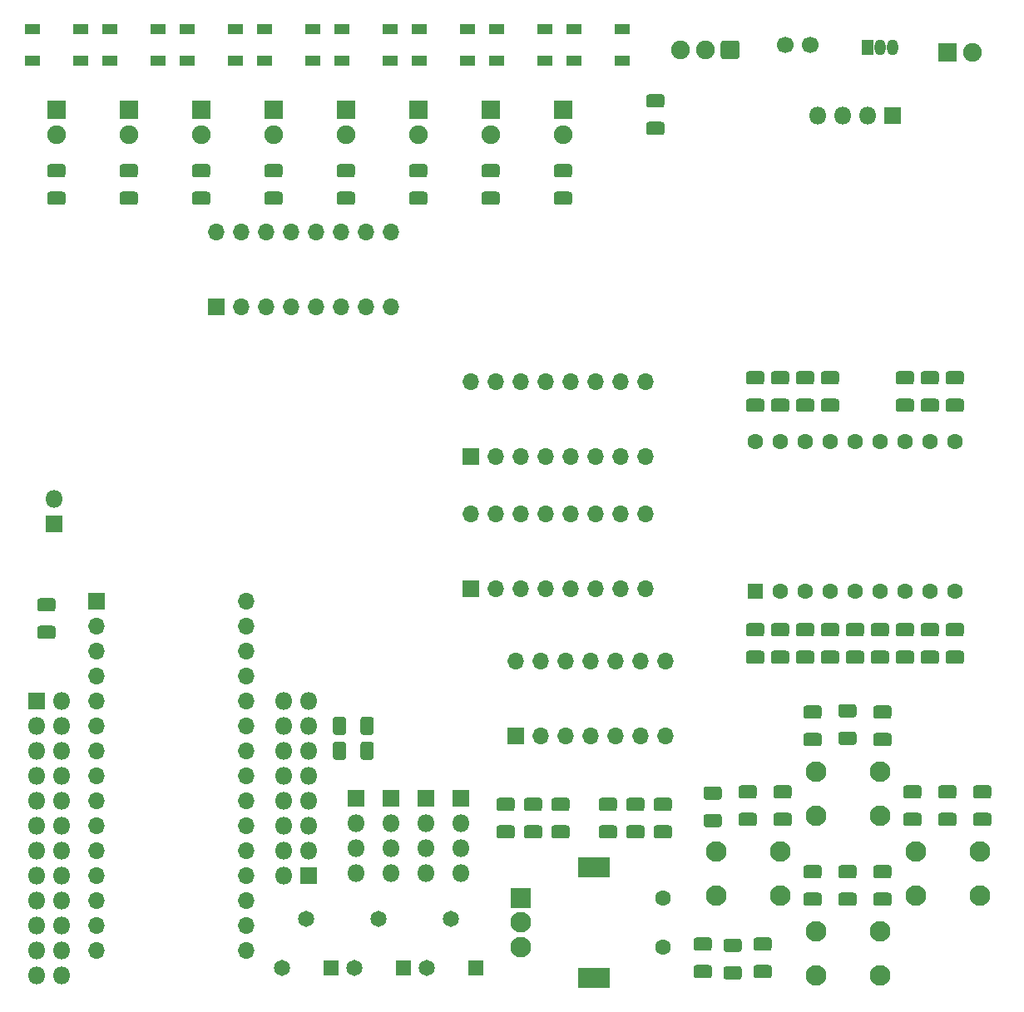
<source format=gbr>
G04 #@! TF.GenerationSoftware,KiCad,Pcbnew,(5.1.6)-1*
G04 #@! TF.CreationDate,2020-06-28T06:58:36-07:00*
G04 #@! TF.ProjectId,NanoDemo,4e616e6f-4465-46d6-9f2e-6b696361645f,rev?*
G04 #@! TF.SameCoordinates,Original*
G04 #@! TF.FileFunction,Soldermask,Top*
G04 #@! TF.FilePolarity,Negative*
%FSLAX46Y46*%
G04 Gerber Fmt 4.6, Leading zero omitted, Abs format (unit mm)*
G04 Created by KiCad (PCBNEW (5.1.6)-1) date 2020-06-28 06:58:36*
%MOMM*%
%LPD*%
G01*
G04 APERTURE LIST*
%ADD10R,1.600000X1.100000*%
%ADD11O,1.800000X1.800000*%
%ADD12R,1.800000X1.800000*%
%ADD13C,1.900000*%
%ADD14O,1.700000X1.700000*%
%ADD15R,1.700000X1.700000*%
%ADD16R,1.150000X1.600000*%
%ADD17O,1.150000X1.600000*%
%ADD18C,2.100000*%
%ADD19C,1.650000*%
%ADD20R,1.650000X1.650000*%
%ADD21R,2.100000X2.100000*%
%ADD22R,3.300000X2.100000*%
%ADD23C,1.600000*%
%ADD24C,1.700000*%
%ADD25R,1.600000X1.600000*%
%ADD26R,1.900000X1.900000*%
G04 APERTURE END LIST*
D10*
G04 #@! TO.C,D1*
X22770000Y-21412000D03*
X22770000Y-18212000D03*
X17870000Y-21412000D03*
X17870000Y-18212000D03*
G04 #@! TD*
G04 #@! TO.C,D8*
X77888000Y-21412000D03*
X77888000Y-18212000D03*
X72988000Y-21412000D03*
X72988000Y-18212000D03*
G04 #@! TD*
G04 #@! TO.C,D7*
X70014000Y-21412000D03*
X70014000Y-18212000D03*
X65114000Y-21412000D03*
X65114000Y-18212000D03*
G04 #@! TD*
G04 #@! TO.C,D6*
X62140000Y-21412000D03*
X62140000Y-18212000D03*
X57240000Y-21412000D03*
X57240000Y-18212000D03*
G04 #@! TD*
G04 #@! TO.C,D5*
X54266000Y-21412000D03*
X54266000Y-18212000D03*
X49366000Y-21412000D03*
X49366000Y-18212000D03*
G04 #@! TD*
G04 #@! TO.C,D4*
X46392000Y-21412000D03*
X46392000Y-18212000D03*
X41492000Y-21412000D03*
X41492000Y-18212000D03*
G04 #@! TD*
G04 #@! TO.C,D3*
X38518000Y-21412000D03*
X38518000Y-18212000D03*
X33618000Y-21412000D03*
X33618000Y-18212000D03*
G04 #@! TD*
G04 #@! TO.C,D2*
X30644000Y-21412000D03*
X30644000Y-18212000D03*
X25744000Y-21412000D03*
X25744000Y-18212000D03*
G04 #@! TD*
D11*
G04 #@! TO.C,Ext. Power*
X20066000Y-66040000D03*
D12*
X20066000Y-68580000D03*
G04 #@! TD*
D11*
G04 #@! TO.C,J5 - OLED Display*
X102870000Y-27051000D03*
D12*
X105410000Y-27051000D03*
D11*
X97790000Y-27051000D03*
X100330000Y-27051000D03*
G04 #@! TD*
D13*
G04 #@! TO.C,IR Rx*
X83820000Y-20320000D03*
X86360000Y-20320000D03*
G36*
G01*
X89850000Y-19634100D02*
X89850000Y-21005900D01*
G75*
G02*
X89585900Y-21270000I-264100J0D01*
G01*
X88214100Y-21270000D01*
G75*
G02*
X87950000Y-21005900I0J264100D01*
G01*
X87950000Y-19634100D01*
G75*
G02*
X88214100Y-19370000I264100J0D01*
G01*
X89585900Y-19370000D01*
G75*
G02*
X89850000Y-19634100I0J-264100D01*
G01*
G37*
G04 #@! TD*
D14*
G04 #@! TO.C,U5 - 74HC595*
X62484000Y-54102000D03*
X80264000Y-61722000D03*
X65024000Y-54102000D03*
X77724000Y-61722000D03*
X67564000Y-54102000D03*
X75184000Y-61722000D03*
X70104000Y-54102000D03*
X72644000Y-61722000D03*
X72644000Y-54102000D03*
X70104000Y-61722000D03*
X75184000Y-54102000D03*
X67564000Y-61722000D03*
X77724000Y-54102000D03*
X65024000Y-61722000D03*
X80264000Y-54102000D03*
D15*
X62484000Y-61722000D03*
G04 #@! TD*
D14*
G04 #@! TO.C,U4 - 74HC595*
X62484000Y-67564000D03*
X80264000Y-75184000D03*
X65024000Y-67564000D03*
X77724000Y-75184000D03*
X67564000Y-67564000D03*
X75184000Y-75184000D03*
X70104000Y-67564000D03*
X72644000Y-75184000D03*
X72644000Y-67564000D03*
X70104000Y-75184000D03*
X75184000Y-67564000D03*
X67564000Y-75184000D03*
X77724000Y-67564000D03*
X65024000Y-75184000D03*
X80264000Y-67564000D03*
D15*
X62484000Y-75184000D03*
G04 #@! TD*
D14*
G04 #@! TO.C,U3 - 74HC595*
X36576000Y-38862000D03*
X54356000Y-46482000D03*
X39116000Y-38862000D03*
X51816000Y-46482000D03*
X41656000Y-38862000D03*
X49276000Y-46482000D03*
X44196000Y-38862000D03*
X46736000Y-46482000D03*
X46736000Y-38862000D03*
X44196000Y-46482000D03*
X49276000Y-38862000D03*
X41656000Y-46482000D03*
X51816000Y-38862000D03*
X39116000Y-46482000D03*
X54356000Y-38862000D03*
D15*
X36576000Y-46482000D03*
G04 #@! TD*
D16*
G04 #@! TO.C,Temperature*
X102870000Y-20066000D03*
D17*
X105410000Y-20066000D03*
X104140000Y-20066000D03*
G04 #@! TD*
D14*
G04 #@! TO.C,U1 - 74HC14*
X67056000Y-82550000D03*
X82296000Y-90170000D03*
X69596000Y-82550000D03*
X79756000Y-90170000D03*
X72136000Y-82550000D03*
X77216000Y-90170000D03*
X74676000Y-82550000D03*
X74676000Y-90170000D03*
X77216000Y-82550000D03*
X72136000Y-90170000D03*
X79756000Y-82550000D03*
X69596000Y-90170000D03*
X82296000Y-82550000D03*
D15*
X67056000Y-90170000D03*
G04 #@! TD*
D18*
G04 #@! TO.C,SW4*
X97640000Y-114554000D03*
X97640000Y-110054000D03*
X104140000Y-114554000D03*
X104140000Y-110054000D03*
G04 #@! TD*
G04 #@! TO.C,SW3*
X97640000Y-98298000D03*
X97640000Y-93798000D03*
X104140000Y-98298000D03*
X104140000Y-93798000D03*
G04 #@! TD*
G04 #@! TO.C,SW2*
X107800000Y-106426000D03*
X107800000Y-101926000D03*
X114300000Y-106426000D03*
X114300000Y-101926000D03*
G04 #@! TD*
G04 #@! TO.C,SW1*
X87480000Y-106426000D03*
X87480000Y-101926000D03*
X93980000Y-106426000D03*
X93980000Y-101926000D03*
G04 #@! TD*
D19*
G04 #@! TO.C,RV3*
X60492000Y-108792000D03*
D20*
X62992000Y-113792000D03*
D19*
X57992000Y-113792000D03*
G04 #@! TD*
G04 #@! TO.C,RV2*
X53126000Y-108792000D03*
D20*
X55626000Y-113792000D03*
D19*
X50626000Y-113792000D03*
G04 #@! TD*
G04 #@! TO.C,RV1*
X45760000Y-108792000D03*
D20*
X48260000Y-113792000D03*
D19*
X43260000Y-113792000D03*
G04 #@! TD*
D21*
G04 #@! TO.C,Rot. Enc.*
X67564000Y-106680000D03*
D18*
X67564000Y-109180000D03*
X67564000Y-111680000D03*
D22*
X75064000Y-103580000D03*
X75064000Y-114780000D03*
D23*
X82064000Y-106680000D03*
X82064000Y-111680000D03*
G04 #@! TD*
G04 #@! TO.C,R42*
G36*
G01*
X49821000Y-88499000D02*
X49821000Y-89809000D01*
G75*
G02*
X49551000Y-90079000I-270000J0D01*
G01*
X48741000Y-90079000D01*
G75*
G02*
X48471000Y-89809000I0J270000D01*
G01*
X48471000Y-88499000D01*
G75*
G02*
X48741000Y-88229000I270000J0D01*
G01*
X49551000Y-88229000D01*
G75*
G02*
X49821000Y-88499000I0J-270000D01*
G01*
G37*
G36*
G01*
X52621000Y-88499000D02*
X52621000Y-89809000D01*
G75*
G02*
X52351000Y-90079000I-270000J0D01*
G01*
X51541000Y-90079000D01*
G75*
G02*
X51271000Y-89809000I0J270000D01*
G01*
X51271000Y-88499000D01*
G75*
G02*
X51541000Y-88229000I270000J0D01*
G01*
X52351000Y-88229000D01*
G75*
G02*
X52621000Y-88499000I0J-270000D01*
G01*
G37*
G04 #@! TD*
G04 #@! TO.C,R41*
G36*
G01*
X111105000Y-81497000D02*
X112415000Y-81497000D01*
G75*
G02*
X112685000Y-81767000I0J-270000D01*
G01*
X112685000Y-82577000D01*
G75*
G02*
X112415000Y-82847000I-270000J0D01*
G01*
X111105000Y-82847000D01*
G75*
G02*
X110835000Y-82577000I0J270000D01*
G01*
X110835000Y-81767000D01*
G75*
G02*
X111105000Y-81497000I270000J0D01*
G01*
G37*
G36*
G01*
X111105000Y-78697000D02*
X112415000Y-78697000D01*
G75*
G02*
X112685000Y-78967000I0J-270000D01*
G01*
X112685000Y-79777000D01*
G75*
G02*
X112415000Y-80047000I-270000J0D01*
G01*
X111105000Y-80047000D01*
G75*
G02*
X110835000Y-79777000I0J270000D01*
G01*
X110835000Y-78967000D01*
G75*
G02*
X111105000Y-78697000I270000J0D01*
G01*
G37*
G04 #@! TD*
G04 #@! TO.C,R40*
G36*
G01*
X106025000Y-81497000D02*
X107335000Y-81497000D01*
G75*
G02*
X107605000Y-81767000I0J-270000D01*
G01*
X107605000Y-82577000D01*
G75*
G02*
X107335000Y-82847000I-270000J0D01*
G01*
X106025000Y-82847000D01*
G75*
G02*
X105755000Y-82577000I0J270000D01*
G01*
X105755000Y-81767000D01*
G75*
G02*
X106025000Y-81497000I270000J0D01*
G01*
G37*
G36*
G01*
X106025000Y-78697000D02*
X107335000Y-78697000D01*
G75*
G02*
X107605000Y-78967000I0J-270000D01*
G01*
X107605000Y-79777000D01*
G75*
G02*
X107335000Y-80047000I-270000J0D01*
G01*
X106025000Y-80047000D01*
G75*
G02*
X105755000Y-79777000I0J270000D01*
G01*
X105755000Y-78967000D01*
G75*
G02*
X106025000Y-78697000I270000J0D01*
G01*
G37*
G04 #@! TD*
G04 #@! TO.C,R39*
G36*
G01*
X107335000Y-54393000D02*
X106025000Y-54393000D01*
G75*
G02*
X105755000Y-54123000I0J270000D01*
G01*
X105755000Y-53313000D01*
G75*
G02*
X106025000Y-53043000I270000J0D01*
G01*
X107335000Y-53043000D01*
G75*
G02*
X107605000Y-53313000I0J-270000D01*
G01*
X107605000Y-54123000D01*
G75*
G02*
X107335000Y-54393000I-270000J0D01*
G01*
G37*
G36*
G01*
X107335000Y-57193000D02*
X106025000Y-57193000D01*
G75*
G02*
X105755000Y-56923000I0J270000D01*
G01*
X105755000Y-56113000D01*
G75*
G02*
X106025000Y-55843000I270000J0D01*
G01*
X107335000Y-55843000D01*
G75*
G02*
X107605000Y-56113000I0J-270000D01*
G01*
X107605000Y-56923000D01*
G75*
G02*
X107335000Y-57193000I-270000J0D01*
G01*
G37*
G04 #@! TD*
G04 #@! TO.C,R38*
G36*
G01*
X100945000Y-81497000D02*
X102255000Y-81497000D01*
G75*
G02*
X102525000Y-81767000I0J-270000D01*
G01*
X102525000Y-82577000D01*
G75*
G02*
X102255000Y-82847000I-270000J0D01*
G01*
X100945000Y-82847000D01*
G75*
G02*
X100675000Y-82577000I0J270000D01*
G01*
X100675000Y-81767000D01*
G75*
G02*
X100945000Y-81497000I270000J0D01*
G01*
G37*
G36*
G01*
X100945000Y-78697000D02*
X102255000Y-78697000D01*
G75*
G02*
X102525000Y-78967000I0J-270000D01*
G01*
X102525000Y-79777000D01*
G75*
G02*
X102255000Y-80047000I-270000J0D01*
G01*
X100945000Y-80047000D01*
G75*
G02*
X100675000Y-79777000I0J270000D01*
G01*
X100675000Y-78967000D01*
G75*
G02*
X100945000Y-78697000I270000J0D01*
G01*
G37*
G04 #@! TD*
G04 #@! TO.C,R37*
G36*
G01*
X103485000Y-81497000D02*
X104795000Y-81497000D01*
G75*
G02*
X105065000Y-81767000I0J-270000D01*
G01*
X105065000Y-82577000D01*
G75*
G02*
X104795000Y-82847000I-270000J0D01*
G01*
X103485000Y-82847000D01*
G75*
G02*
X103215000Y-82577000I0J270000D01*
G01*
X103215000Y-81767000D01*
G75*
G02*
X103485000Y-81497000I270000J0D01*
G01*
G37*
G36*
G01*
X103485000Y-78697000D02*
X104795000Y-78697000D01*
G75*
G02*
X105065000Y-78967000I0J-270000D01*
G01*
X105065000Y-79777000D01*
G75*
G02*
X104795000Y-80047000I-270000J0D01*
G01*
X103485000Y-80047000D01*
G75*
G02*
X103215000Y-79777000I0J270000D01*
G01*
X103215000Y-78967000D01*
G75*
G02*
X103485000Y-78697000I270000J0D01*
G01*
G37*
G04 #@! TD*
G04 #@! TO.C,R36*
G36*
G01*
X108565000Y-81497000D02*
X109875000Y-81497000D01*
G75*
G02*
X110145000Y-81767000I0J-270000D01*
G01*
X110145000Y-82577000D01*
G75*
G02*
X109875000Y-82847000I-270000J0D01*
G01*
X108565000Y-82847000D01*
G75*
G02*
X108295000Y-82577000I0J270000D01*
G01*
X108295000Y-81767000D01*
G75*
G02*
X108565000Y-81497000I270000J0D01*
G01*
G37*
G36*
G01*
X108565000Y-78697000D02*
X109875000Y-78697000D01*
G75*
G02*
X110145000Y-78967000I0J-270000D01*
G01*
X110145000Y-79777000D01*
G75*
G02*
X109875000Y-80047000I-270000J0D01*
G01*
X108565000Y-80047000D01*
G75*
G02*
X108295000Y-79777000I0J270000D01*
G01*
X108295000Y-78967000D01*
G75*
G02*
X108565000Y-78697000I270000J0D01*
G01*
G37*
G04 #@! TD*
G04 #@! TO.C,R35*
G36*
G01*
X71227000Y-34761000D02*
X72537000Y-34761000D01*
G75*
G02*
X72807000Y-35031000I0J-270000D01*
G01*
X72807000Y-35841000D01*
G75*
G02*
X72537000Y-36111000I-270000J0D01*
G01*
X71227000Y-36111000D01*
G75*
G02*
X70957000Y-35841000I0J270000D01*
G01*
X70957000Y-35031000D01*
G75*
G02*
X71227000Y-34761000I270000J0D01*
G01*
G37*
G36*
G01*
X71227000Y-31961000D02*
X72537000Y-31961000D01*
G75*
G02*
X72807000Y-32231000I0J-270000D01*
G01*
X72807000Y-33041000D01*
G75*
G02*
X72537000Y-33311000I-270000J0D01*
G01*
X71227000Y-33311000D01*
G75*
G02*
X70957000Y-33041000I0J270000D01*
G01*
X70957000Y-32231000D01*
G75*
G02*
X71227000Y-31961000I270000J0D01*
G01*
G37*
G04 #@! TD*
G04 #@! TO.C,R34*
G36*
G01*
X112415000Y-54393000D02*
X111105000Y-54393000D01*
G75*
G02*
X110835000Y-54123000I0J270000D01*
G01*
X110835000Y-53313000D01*
G75*
G02*
X111105000Y-53043000I270000J0D01*
G01*
X112415000Y-53043000D01*
G75*
G02*
X112685000Y-53313000I0J-270000D01*
G01*
X112685000Y-54123000D01*
G75*
G02*
X112415000Y-54393000I-270000J0D01*
G01*
G37*
G36*
G01*
X112415000Y-57193000D02*
X111105000Y-57193000D01*
G75*
G02*
X110835000Y-56923000I0J270000D01*
G01*
X110835000Y-56113000D01*
G75*
G02*
X111105000Y-55843000I270000J0D01*
G01*
X112415000Y-55843000D01*
G75*
G02*
X112685000Y-56113000I0J-270000D01*
G01*
X112685000Y-56923000D01*
G75*
G02*
X112415000Y-57193000I-270000J0D01*
G01*
G37*
G04 #@! TD*
G04 #@! TO.C,R33*
G36*
G01*
X109875000Y-54393000D02*
X108565000Y-54393000D01*
G75*
G02*
X108295000Y-54123000I0J270000D01*
G01*
X108295000Y-53313000D01*
G75*
G02*
X108565000Y-53043000I270000J0D01*
G01*
X109875000Y-53043000D01*
G75*
G02*
X110145000Y-53313000I0J-270000D01*
G01*
X110145000Y-54123000D01*
G75*
G02*
X109875000Y-54393000I-270000J0D01*
G01*
G37*
G36*
G01*
X109875000Y-57193000D02*
X108565000Y-57193000D01*
G75*
G02*
X108295000Y-56923000I0J270000D01*
G01*
X108295000Y-56113000D01*
G75*
G02*
X108565000Y-55843000I270000J0D01*
G01*
X109875000Y-55843000D01*
G75*
G02*
X110145000Y-56113000I0J-270000D01*
G01*
X110145000Y-56923000D01*
G75*
G02*
X109875000Y-57193000I-270000J0D01*
G01*
G37*
G04 #@! TD*
G04 #@! TO.C,R32*
G36*
G01*
X49821000Y-91039000D02*
X49821000Y-92349000D01*
G75*
G02*
X49551000Y-92619000I-270000J0D01*
G01*
X48741000Y-92619000D01*
G75*
G02*
X48471000Y-92349000I0J270000D01*
G01*
X48471000Y-91039000D01*
G75*
G02*
X48741000Y-90769000I270000J0D01*
G01*
X49551000Y-90769000D01*
G75*
G02*
X49821000Y-91039000I0J-270000D01*
G01*
G37*
G36*
G01*
X52621000Y-91039000D02*
X52621000Y-92349000D01*
G75*
G02*
X52351000Y-92619000I-270000J0D01*
G01*
X51541000Y-92619000D01*
G75*
G02*
X51271000Y-92349000I0J270000D01*
G01*
X51271000Y-91039000D01*
G75*
G02*
X51541000Y-90769000I270000J0D01*
G01*
X52351000Y-90769000D01*
G75*
G02*
X52621000Y-91039000I0J-270000D01*
G01*
G37*
G04 #@! TD*
D24*
G04 #@! TO.C,Photocell*
X97028000Y-19812000D03*
X94488000Y-19812000D03*
G04 #@! TD*
G04 #@! TO.C,R30*
G36*
G01*
X63861000Y-34761000D02*
X65171000Y-34761000D01*
G75*
G02*
X65441000Y-35031000I0J-270000D01*
G01*
X65441000Y-35841000D01*
G75*
G02*
X65171000Y-36111000I-270000J0D01*
G01*
X63861000Y-36111000D01*
G75*
G02*
X63591000Y-35841000I0J270000D01*
G01*
X63591000Y-35031000D01*
G75*
G02*
X63861000Y-34761000I270000J0D01*
G01*
G37*
G36*
G01*
X63861000Y-31961000D02*
X65171000Y-31961000D01*
G75*
G02*
X65441000Y-32231000I0J-270000D01*
G01*
X65441000Y-33041000D01*
G75*
G02*
X65171000Y-33311000I-270000J0D01*
G01*
X63861000Y-33311000D01*
G75*
G02*
X63591000Y-33041000I0J270000D01*
G01*
X63591000Y-32231000D01*
G75*
G02*
X63861000Y-31961000I270000J0D01*
G01*
G37*
G04 #@! TD*
G04 #@! TO.C,R29*
G36*
G01*
X98405000Y-81497000D02*
X99715000Y-81497000D01*
G75*
G02*
X99985000Y-81767000I0J-270000D01*
G01*
X99985000Y-82577000D01*
G75*
G02*
X99715000Y-82847000I-270000J0D01*
G01*
X98405000Y-82847000D01*
G75*
G02*
X98135000Y-82577000I0J270000D01*
G01*
X98135000Y-81767000D01*
G75*
G02*
X98405000Y-81497000I270000J0D01*
G01*
G37*
G36*
G01*
X98405000Y-78697000D02*
X99715000Y-78697000D01*
G75*
G02*
X99985000Y-78967000I0J-270000D01*
G01*
X99985000Y-79777000D01*
G75*
G02*
X99715000Y-80047000I-270000J0D01*
G01*
X98405000Y-80047000D01*
G75*
G02*
X98135000Y-79777000I0J270000D01*
G01*
X98135000Y-78967000D01*
G75*
G02*
X98405000Y-78697000I270000J0D01*
G01*
G37*
G04 #@! TD*
G04 #@! TO.C,R28*
G36*
G01*
X56495000Y-34761000D02*
X57805000Y-34761000D01*
G75*
G02*
X58075000Y-35031000I0J-270000D01*
G01*
X58075000Y-35841000D01*
G75*
G02*
X57805000Y-36111000I-270000J0D01*
G01*
X56495000Y-36111000D01*
G75*
G02*
X56225000Y-35841000I0J270000D01*
G01*
X56225000Y-35031000D01*
G75*
G02*
X56495000Y-34761000I270000J0D01*
G01*
G37*
G36*
G01*
X56495000Y-31961000D02*
X57805000Y-31961000D01*
G75*
G02*
X58075000Y-32231000I0J-270000D01*
G01*
X58075000Y-33041000D01*
G75*
G02*
X57805000Y-33311000I-270000J0D01*
G01*
X56495000Y-33311000D01*
G75*
G02*
X56225000Y-33041000I0J270000D01*
G01*
X56225000Y-32231000D01*
G75*
G02*
X56495000Y-31961000I270000J0D01*
G01*
G37*
G04 #@! TD*
G04 #@! TO.C,R27*
G36*
G01*
X94635000Y-54393000D02*
X93325000Y-54393000D01*
G75*
G02*
X93055000Y-54123000I0J270000D01*
G01*
X93055000Y-53313000D01*
G75*
G02*
X93325000Y-53043000I270000J0D01*
G01*
X94635000Y-53043000D01*
G75*
G02*
X94905000Y-53313000I0J-270000D01*
G01*
X94905000Y-54123000D01*
G75*
G02*
X94635000Y-54393000I-270000J0D01*
G01*
G37*
G36*
G01*
X94635000Y-57193000D02*
X93325000Y-57193000D01*
G75*
G02*
X93055000Y-56923000I0J270000D01*
G01*
X93055000Y-56113000D01*
G75*
G02*
X93325000Y-55843000I270000J0D01*
G01*
X94635000Y-55843000D01*
G75*
G02*
X94905000Y-56113000I0J-270000D01*
G01*
X94905000Y-56923000D01*
G75*
G02*
X94635000Y-57193000I-270000J0D01*
G01*
G37*
G04 #@! TD*
G04 #@! TO.C,R26*
G36*
G01*
X92095000Y-54393000D02*
X90785000Y-54393000D01*
G75*
G02*
X90515000Y-54123000I0J270000D01*
G01*
X90515000Y-53313000D01*
G75*
G02*
X90785000Y-53043000I270000J0D01*
G01*
X92095000Y-53043000D01*
G75*
G02*
X92365000Y-53313000I0J-270000D01*
G01*
X92365000Y-54123000D01*
G75*
G02*
X92095000Y-54393000I-270000J0D01*
G01*
G37*
G36*
G01*
X92095000Y-57193000D02*
X90785000Y-57193000D01*
G75*
G02*
X90515000Y-56923000I0J270000D01*
G01*
X90515000Y-56113000D01*
G75*
G02*
X90785000Y-55843000I270000J0D01*
G01*
X92095000Y-55843000D01*
G75*
G02*
X92365000Y-56113000I0J-270000D01*
G01*
X92365000Y-56923000D01*
G75*
G02*
X92095000Y-57193000I-270000J0D01*
G01*
G37*
G04 #@! TD*
G04 #@! TO.C,R25*
G36*
G01*
X49129000Y-34761000D02*
X50439000Y-34761000D01*
G75*
G02*
X50709000Y-35031000I0J-270000D01*
G01*
X50709000Y-35841000D01*
G75*
G02*
X50439000Y-36111000I-270000J0D01*
G01*
X49129000Y-36111000D01*
G75*
G02*
X48859000Y-35841000I0J270000D01*
G01*
X48859000Y-35031000D01*
G75*
G02*
X49129000Y-34761000I270000J0D01*
G01*
G37*
G36*
G01*
X49129000Y-31961000D02*
X50439000Y-31961000D01*
G75*
G02*
X50709000Y-32231000I0J-270000D01*
G01*
X50709000Y-33041000D01*
G75*
G02*
X50439000Y-33311000I-270000J0D01*
G01*
X49129000Y-33311000D01*
G75*
G02*
X48859000Y-33041000I0J270000D01*
G01*
X48859000Y-32231000D01*
G75*
G02*
X49129000Y-31961000I270000J0D01*
G01*
G37*
G04 #@! TD*
G04 #@! TO.C,R24*
G36*
G01*
X90785000Y-81497000D02*
X92095000Y-81497000D01*
G75*
G02*
X92365000Y-81767000I0J-270000D01*
G01*
X92365000Y-82577000D01*
G75*
G02*
X92095000Y-82847000I-270000J0D01*
G01*
X90785000Y-82847000D01*
G75*
G02*
X90515000Y-82577000I0J270000D01*
G01*
X90515000Y-81767000D01*
G75*
G02*
X90785000Y-81497000I270000J0D01*
G01*
G37*
G36*
G01*
X90785000Y-78697000D02*
X92095000Y-78697000D01*
G75*
G02*
X92365000Y-78967000I0J-270000D01*
G01*
X92365000Y-79777000D01*
G75*
G02*
X92095000Y-80047000I-270000J0D01*
G01*
X90785000Y-80047000D01*
G75*
G02*
X90515000Y-79777000I0J270000D01*
G01*
X90515000Y-78967000D01*
G75*
G02*
X90785000Y-78697000I270000J0D01*
G01*
G37*
G04 #@! TD*
G04 #@! TO.C,R23*
G36*
G01*
X93325000Y-81497000D02*
X94635000Y-81497000D01*
G75*
G02*
X94905000Y-81767000I0J-270000D01*
G01*
X94905000Y-82577000D01*
G75*
G02*
X94635000Y-82847000I-270000J0D01*
G01*
X93325000Y-82847000D01*
G75*
G02*
X93055000Y-82577000I0J270000D01*
G01*
X93055000Y-81767000D01*
G75*
G02*
X93325000Y-81497000I270000J0D01*
G01*
G37*
G36*
G01*
X93325000Y-78697000D02*
X94635000Y-78697000D01*
G75*
G02*
X94905000Y-78967000I0J-270000D01*
G01*
X94905000Y-79777000D01*
G75*
G02*
X94635000Y-80047000I-270000J0D01*
G01*
X93325000Y-80047000D01*
G75*
G02*
X93055000Y-79777000I0J270000D01*
G01*
X93055000Y-78967000D01*
G75*
G02*
X93325000Y-78697000I270000J0D01*
G01*
G37*
G04 #@! TD*
G04 #@! TO.C,R22*
G36*
G01*
X41763000Y-34761000D02*
X43073000Y-34761000D01*
G75*
G02*
X43343000Y-35031000I0J-270000D01*
G01*
X43343000Y-35841000D01*
G75*
G02*
X43073000Y-36111000I-270000J0D01*
G01*
X41763000Y-36111000D01*
G75*
G02*
X41493000Y-35841000I0J270000D01*
G01*
X41493000Y-35031000D01*
G75*
G02*
X41763000Y-34761000I270000J0D01*
G01*
G37*
G36*
G01*
X41763000Y-31961000D02*
X43073000Y-31961000D01*
G75*
G02*
X43343000Y-32231000I0J-270000D01*
G01*
X43343000Y-33041000D01*
G75*
G02*
X43073000Y-33311000I-270000J0D01*
G01*
X41763000Y-33311000D01*
G75*
G02*
X41493000Y-33041000I0J270000D01*
G01*
X41493000Y-32231000D01*
G75*
G02*
X41763000Y-31961000I270000J0D01*
G01*
G37*
G04 #@! TD*
G04 #@! TO.C,R21*
G36*
G01*
X95865000Y-81497000D02*
X97175000Y-81497000D01*
G75*
G02*
X97445000Y-81767000I0J-270000D01*
G01*
X97445000Y-82577000D01*
G75*
G02*
X97175000Y-82847000I-270000J0D01*
G01*
X95865000Y-82847000D01*
G75*
G02*
X95595000Y-82577000I0J270000D01*
G01*
X95595000Y-81767000D01*
G75*
G02*
X95865000Y-81497000I270000J0D01*
G01*
G37*
G36*
G01*
X95865000Y-78697000D02*
X97175000Y-78697000D01*
G75*
G02*
X97445000Y-78967000I0J-270000D01*
G01*
X97445000Y-79777000D01*
G75*
G02*
X97175000Y-80047000I-270000J0D01*
G01*
X95865000Y-80047000D01*
G75*
G02*
X95595000Y-79777000I0J270000D01*
G01*
X95595000Y-78967000D01*
G75*
G02*
X95865000Y-78697000I270000J0D01*
G01*
G37*
G04 #@! TD*
G04 #@! TO.C,R20*
G36*
G01*
X99715000Y-54393000D02*
X98405000Y-54393000D01*
G75*
G02*
X98135000Y-54123000I0J270000D01*
G01*
X98135000Y-53313000D01*
G75*
G02*
X98405000Y-53043000I270000J0D01*
G01*
X99715000Y-53043000D01*
G75*
G02*
X99985000Y-53313000I0J-270000D01*
G01*
X99985000Y-54123000D01*
G75*
G02*
X99715000Y-54393000I-270000J0D01*
G01*
G37*
G36*
G01*
X99715000Y-57193000D02*
X98405000Y-57193000D01*
G75*
G02*
X98135000Y-56923000I0J270000D01*
G01*
X98135000Y-56113000D01*
G75*
G02*
X98405000Y-55843000I270000J0D01*
G01*
X99715000Y-55843000D01*
G75*
G02*
X99985000Y-56113000I0J-270000D01*
G01*
X99985000Y-56923000D01*
G75*
G02*
X99715000Y-57193000I-270000J0D01*
G01*
G37*
G04 #@! TD*
G04 #@! TO.C,R19*
G36*
G01*
X34397000Y-34761000D02*
X35707000Y-34761000D01*
G75*
G02*
X35977000Y-35031000I0J-270000D01*
G01*
X35977000Y-35841000D01*
G75*
G02*
X35707000Y-36111000I-270000J0D01*
G01*
X34397000Y-36111000D01*
G75*
G02*
X34127000Y-35841000I0J270000D01*
G01*
X34127000Y-35031000D01*
G75*
G02*
X34397000Y-34761000I270000J0D01*
G01*
G37*
G36*
G01*
X34397000Y-31961000D02*
X35707000Y-31961000D01*
G75*
G02*
X35977000Y-32231000I0J-270000D01*
G01*
X35977000Y-33041000D01*
G75*
G02*
X35707000Y-33311000I-270000J0D01*
G01*
X34397000Y-33311000D01*
G75*
G02*
X34127000Y-33041000I0J270000D01*
G01*
X34127000Y-32231000D01*
G75*
G02*
X34397000Y-31961000I270000J0D01*
G01*
G37*
G04 #@! TD*
G04 #@! TO.C,R18*
G36*
G01*
X97175000Y-54393000D02*
X95865000Y-54393000D01*
G75*
G02*
X95595000Y-54123000I0J270000D01*
G01*
X95595000Y-53313000D01*
G75*
G02*
X95865000Y-53043000I270000J0D01*
G01*
X97175000Y-53043000D01*
G75*
G02*
X97445000Y-53313000I0J-270000D01*
G01*
X97445000Y-54123000D01*
G75*
G02*
X97175000Y-54393000I-270000J0D01*
G01*
G37*
G36*
G01*
X97175000Y-57193000D02*
X95865000Y-57193000D01*
G75*
G02*
X95595000Y-56923000I0J270000D01*
G01*
X95595000Y-56113000D01*
G75*
G02*
X95865000Y-55843000I270000J0D01*
G01*
X97175000Y-55843000D01*
G75*
G02*
X97445000Y-56113000I0J-270000D01*
G01*
X97445000Y-56923000D01*
G75*
G02*
X97175000Y-57193000I-270000J0D01*
G01*
G37*
G04 #@! TD*
G04 #@! TO.C,R17*
G36*
G01*
X27031000Y-34761000D02*
X28341000Y-34761000D01*
G75*
G02*
X28611000Y-35031000I0J-270000D01*
G01*
X28611000Y-35841000D01*
G75*
G02*
X28341000Y-36111000I-270000J0D01*
G01*
X27031000Y-36111000D01*
G75*
G02*
X26761000Y-35841000I0J270000D01*
G01*
X26761000Y-35031000D01*
G75*
G02*
X27031000Y-34761000I270000J0D01*
G01*
G37*
G36*
G01*
X27031000Y-31961000D02*
X28341000Y-31961000D01*
G75*
G02*
X28611000Y-32231000I0J-270000D01*
G01*
X28611000Y-33041000D01*
G75*
G02*
X28341000Y-33311000I-270000J0D01*
G01*
X27031000Y-33311000D01*
G75*
G02*
X26761000Y-33041000I0J270000D01*
G01*
X26761000Y-32231000D01*
G75*
G02*
X27031000Y-31961000I270000J0D01*
G01*
G37*
G04 #@! TD*
G04 #@! TO.C,R16*
G36*
G01*
X19665000Y-34761000D02*
X20975000Y-34761000D01*
G75*
G02*
X21245000Y-35031000I0J-270000D01*
G01*
X21245000Y-35841000D01*
G75*
G02*
X20975000Y-36111000I-270000J0D01*
G01*
X19665000Y-36111000D01*
G75*
G02*
X19395000Y-35841000I0J270000D01*
G01*
X19395000Y-35031000D01*
G75*
G02*
X19665000Y-34761000I270000J0D01*
G01*
G37*
G36*
G01*
X19665000Y-31961000D02*
X20975000Y-31961000D01*
G75*
G02*
X21245000Y-32231000I0J-270000D01*
G01*
X21245000Y-33041000D01*
G75*
G02*
X20975000Y-33311000I-270000J0D01*
G01*
X19665000Y-33311000D01*
G75*
G02*
X19395000Y-33041000I0J270000D01*
G01*
X19395000Y-32231000D01*
G75*
G02*
X19665000Y-31961000I270000J0D01*
G01*
G37*
G04 #@! TD*
G04 #@! TO.C,R15*
G36*
G01*
X100183000Y-106135000D02*
X101493000Y-106135000D01*
G75*
G02*
X101763000Y-106405000I0J-270000D01*
G01*
X101763000Y-107215000D01*
G75*
G02*
X101493000Y-107485000I-270000J0D01*
G01*
X100183000Y-107485000D01*
G75*
G02*
X99913000Y-107215000I0J270000D01*
G01*
X99913000Y-106405000D01*
G75*
G02*
X100183000Y-106135000I270000J0D01*
G01*
G37*
G36*
G01*
X100183000Y-103335000D02*
X101493000Y-103335000D01*
G75*
G02*
X101763000Y-103605000I0J-270000D01*
G01*
X101763000Y-104415000D01*
G75*
G02*
X101493000Y-104685000I-270000J0D01*
G01*
X100183000Y-104685000D01*
G75*
G02*
X99913000Y-104415000I0J270000D01*
G01*
X99913000Y-103605000D01*
G75*
G02*
X100183000Y-103335000I270000J0D01*
G01*
G37*
G04 #@! TD*
G04 #@! TO.C,R14*
G36*
G01*
X100183000Y-89749000D02*
X101493000Y-89749000D01*
G75*
G02*
X101763000Y-90019000I0J-270000D01*
G01*
X101763000Y-90829000D01*
G75*
G02*
X101493000Y-91099000I-270000J0D01*
G01*
X100183000Y-91099000D01*
G75*
G02*
X99913000Y-90829000I0J270000D01*
G01*
X99913000Y-90019000D01*
G75*
G02*
X100183000Y-89749000I270000J0D01*
G01*
G37*
G36*
G01*
X100183000Y-86949000D02*
X101493000Y-86949000D01*
G75*
G02*
X101763000Y-87219000I0J-270000D01*
G01*
X101763000Y-88029000D01*
G75*
G02*
X101493000Y-88299000I-270000J0D01*
G01*
X100183000Y-88299000D01*
G75*
G02*
X99913000Y-88029000I0J270000D01*
G01*
X99913000Y-87219000D01*
G75*
G02*
X100183000Y-86949000I270000J0D01*
G01*
G37*
G04 #@! TD*
G04 #@! TO.C,R13*
G36*
G01*
X103739000Y-106135000D02*
X105049000Y-106135000D01*
G75*
G02*
X105319000Y-106405000I0J-270000D01*
G01*
X105319000Y-107215000D01*
G75*
G02*
X105049000Y-107485000I-270000J0D01*
G01*
X103739000Y-107485000D01*
G75*
G02*
X103469000Y-107215000I0J270000D01*
G01*
X103469000Y-106405000D01*
G75*
G02*
X103739000Y-106135000I270000J0D01*
G01*
G37*
G36*
G01*
X103739000Y-103335000D02*
X105049000Y-103335000D01*
G75*
G02*
X105319000Y-103605000I0J-270000D01*
G01*
X105319000Y-104415000D01*
G75*
G02*
X105049000Y-104685000I-270000J0D01*
G01*
X103739000Y-104685000D01*
G75*
G02*
X103469000Y-104415000I0J270000D01*
G01*
X103469000Y-103605000D01*
G75*
G02*
X103739000Y-103335000I270000J0D01*
G01*
G37*
G04 #@! TD*
G04 #@! TO.C,R12*
G36*
G01*
X103739000Y-89879000D02*
X105049000Y-89879000D01*
G75*
G02*
X105319000Y-90149000I0J-270000D01*
G01*
X105319000Y-90959000D01*
G75*
G02*
X105049000Y-91229000I-270000J0D01*
G01*
X103739000Y-91229000D01*
G75*
G02*
X103469000Y-90959000I0J270000D01*
G01*
X103469000Y-90149000D01*
G75*
G02*
X103739000Y-89879000I270000J0D01*
G01*
G37*
G36*
G01*
X103739000Y-87079000D02*
X105049000Y-87079000D01*
G75*
G02*
X105319000Y-87349000I0J-270000D01*
G01*
X105319000Y-88159000D01*
G75*
G02*
X105049000Y-88429000I-270000J0D01*
G01*
X103739000Y-88429000D01*
G75*
G02*
X103469000Y-88159000I0J270000D01*
G01*
X103469000Y-87349000D01*
G75*
G02*
X103739000Y-87079000I270000J0D01*
G01*
G37*
G04 #@! TD*
G04 #@! TO.C,R11*
G36*
G01*
X66695000Y-97827000D02*
X65385000Y-97827000D01*
G75*
G02*
X65115000Y-97557000I0J270000D01*
G01*
X65115000Y-96747000D01*
G75*
G02*
X65385000Y-96477000I270000J0D01*
G01*
X66695000Y-96477000D01*
G75*
G02*
X66965000Y-96747000I0J-270000D01*
G01*
X66965000Y-97557000D01*
G75*
G02*
X66695000Y-97827000I-270000J0D01*
G01*
G37*
G36*
G01*
X66695000Y-100627000D02*
X65385000Y-100627000D01*
G75*
G02*
X65115000Y-100357000I0J270000D01*
G01*
X65115000Y-99547000D01*
G75*
G02*
X65385000Y-99277000I270000J0D01*
G01*
X66695000Y-99277000D01*
G75*
G02*
X66965000Y-99547000I0J-270000D01*
G01*
X66965000Y-100357000D01*
G75*
G02*
X66695000Y-100627000I-270000J0D01*
G01*
G37*
G04 #@! TD*
G04 #@! TO.C,R10*
G36*
G01*
X68179000Y-99277000D02*
X69489000Y-99277000D01*
G75*
G02*
X69759000Y-99547000I0J-270000D01*
G01*
X69759000Y-100357000D01*
G75*
G02*
X69489000Y-100627000I-270000J0D01*
G01*
X68179000Y-100627000D01*
G75*
G02*
X67909000Y-100357000I0J270000D01*
G01*
X67909000Y-99547000D01*
G75*
G02*
X68179000Y-99277000I270000J0D01*
G01*
G37*
G36*
G01*
X68179000Y-96477000D02*
X69489000Y-96477000D01*
G75*
G02*
X69759000Y-96747000I0J-270000D01*
G01*
X69759000Y-97557000D01*
G75*
G02*
X69489000Y-97827000I-270000J0D01*
G01*
X68179000Y-97827000D01*
G75*
G02*
X67909000Y-97557000I0J270000D01*
G01*
X67909000Y-96747000D01*
G75*
G02*
X68179000Y-96477000I270000J0D01*
G01*
G37*
G04 #@! TD*
G04 #@! TO.C,R9*
G36*
G01*
X78593000Y-99277000D02*
X79903000Y-99277000D01*
G75*
G02*
X80173000Y-99547000I0J-270000D01*
G01*
X80173000Y-100357000D01*
G75*
G02*
X79903000Y-100627000I-270000J0D01*
G01*
X78593000Y-100627000D01*
G75*
G02*
X78323000Y-100357000I0J270000D01*
G01*
X78323000Y-99547000D01*
G75*
G02*
X78593000Y-99277000I270000J0D01*
G01*
G37*
G36*
G01*
X78593000Y-96477000D02*
X79903000Y-96477000D01*
G75*
G02*
X80173000Y-96747000I0J-270000D01*
G01*
X80173000Y-97557000D01*
G75*
G02*
X79903000Y-97827000I-270000J0D01*
G01*
X78593000Y-97827000D01*
G75*
G02*
X78323000Y-97557000I0J270000D01*
G01*
X78323000Y-96747000D01*
G75*
G02*
X78593000Y-96477000I270000J0D01*
G01*
G37*
G04 #@! TD*
G04 #@! TO.C,R8*
G36*
G01*
X88499000Y-113631000D02*
X89809000Y-113631000D01*
G75*
G02*
X90079000Y-113901000I0J-270000D01*
G01*
X90079000Y-114711000D01*
G75*
G02*
X89809000Y-114981000I-270000J0D01*
G01*
X88499000Y-114981000D01*
G75*
G02*
X88229000Y-114711000I0J270000D01*
G01*
X88229000Y-113901000D01*
G75*
G02*
X88499000Y-113631000I270000J0D01*
G01*
G37*
G36*
G01*
X88499000Y-110831000D02*
X89809000Y-110831000D01*
G75*
G02*
X90079000Y-111101000I0J-270000D01*
G01*
X90079000Y-111911000D01*
G75*
G02*
X89809000Y-112181000I-270000J0D01*
G01*
X88499000Y-112181000D01*
G75*
G02*
X88229000Y-111911000I0J270000D01*
G01*
X88229000Y-111101000D01*
G75*
G02*
X88499000Y-110831000I270000J0D01*
G01*
G37*
G04 #@! TD*
G04 #@! TO.C,R7*
G36*
G01*
X18649000Y-78957000D02*
X19959000Y-78957000D01*
G75*
G02*
X20229000Y-79227000I0J-270000D01*
G01*
X20229000Y-80037000D01*
G75*
G02*
X19959000Y-80307000I-270000J0D01*
G01*
X18649000Y-80307000D01*
G75*
G02*
X18379000Y-80037000I0J270000D01*
G01*
X18379000Y-79227000D01*
G75*
G02*
X18649000Y-78957000I270000J0D01*
G01*
G37*
G36*
G01*
X18649000Y-76157000D02*
X19959000Y-76157000D01*
G75*
G02*
X20229000Y-76427000I0J-270000D01*
G01*
X20229000Y-77237000D01*
G75*
G02*
X19959000Y-77507000I-270000J0D01*
G01*
X18649000Y-77507000D01*
G75*
G02*
X18379000Y-77237000I0J270000D01*
G01*
X18379000Y-76427000D01*
G75*
G02*
X18649000Y-76157000I270000J0D01*
G01*
G37*
G04 #@! TD*
G04 #@! TO.C,R6*
G36*
G01*
X110343000Y-98007000D02*
X111653000Y-98007000D01*
G75*
G02*
X111923000Y-98277000I0J-270000D01*
G01*
X111923000Y-99087000D01*
G75*
G02*
X111653000Y-99357000I-270000J0D01*
G01*
X110343000Y-99357000D01*
G75*
G02*
X110073000Y-99087000I0J270000D01*
G01*
X110073000Y-98277000D01*
G75*
G02*
X110343000Y-98007000I270000J0D01*
G01*
G37*
G36*
G01*
X110343000Y-95207000D02*
X111653000Y-95207000D01*
G75*
G02*
X111923000Y-95477000I0J-270000D01*
G01*
X111923000Y-96287000D01*
G75*
G02*
X111653000Y-96557000I-270000J0D01*
G01*
X110343000Y-96557000D01*
G75*
G02*
X110073000Y-96287000I0J270000D01*
G01*
X110073000Y-95477000D01*
G75*
G02*
X110343000Y-95207000I270000J0D01*
G01*
G37*
G04 #@! TD*
G04 #@! TO.C,R5*
G36*
G01*
X90023000Y-98007000D02*
X91333000Y-98007000D01*
G75*
G02*
X91603000Y-98277000I0J-270000D01*
G01*
X91603000Y-99087000D01*
G75*
G02*
X91333000Y-99357000I-270000J0D01*
G01*
X90023000Y-99357000D01*
G75*
G02*
X89753000Y-99087000I0J270000D01*
G01*
X89753000Y-98277000D01*
G75*
G02*
X90023000Y-98007000I270000J0D01*
G01*
G37*
G36*
G01*
X90023000Y-95207000D02*
X91333000Y-95207000D01*
G75*
G02*
X91603000Y-95477000I0J-270000D01*
G01*
X91603000Y-96287000D01*
G75*
G02*
X91333000Y-96557000I-270000J0D01*
G01*
X90023000Y-96557000D01*
G75*
G02*
X89753000Y-96287000I0J270000D01*
G01*
X89753000Y-95477000D01*
G75*
G02*
X90023000Y-95207000I270000J0D01*
G01*
G37*
G04 #@! TD*
G04 #@! TO.C,R4*
G36*
G01*
X75799000Y-99277000D02*
X77109000Y-99277000D01*
G75*
G02*
X77379000Y-99547000I0J-270000D01*
G01*
X77379000Y-100357000D01*
G75*
G02*
X77109000Y-100627000I-270000J0D01*
G01*
X75799000Y-100627000D01*
G75*
G02*
X75529000Y-100357000I0J270000D01*
G01*
X75529000Y-99547000D01*
G75*
G02*
X75799000Y-99277000I270000J0D01*
G01*
G37*
G36*
G01*
X75799000Y-96477000D02*
X77109000Y-96477000D01*
G75*
G02*
X77379000Y-96747000I0J-270000D01*
G01*
X77379000Y-97557000D01*
G75*
G02*
X77109000Y-97827000I-270000J0D01*
G01*
X75799000Y-97827000D01*
G75*
G02*
X75529000Y-97557000I0J270000D01*
G01*
X75529000Y-96747000D01*
G75*
G02*
X75799000Y-96477000I270000J0D01*
G01*
G37*
G04 #@! TD*
G04 #@! TO.C,R3*
G36*
G01*
X92857000Y-112051000D02*
X91547000Y-112051000D01*
G75*
G02*
X91277000Y-111781000I0J270000D01*
G01*
X91277000Y-110971000D01*
G75*
G02*
X91547000Y-110701000I270000J0D01*
G01*
X92857000Y-110701000D01*
G75*
G02*
X93127000Y-110971000I0J-270000D01*
G01*
X93127000Y-111781000D01*
G75*
G02*
X92857000Y-112051000I-270000J0D01*
G01*
G37*
G36*
G01*
X92857000Y-114851000D02*
X91547000Y-114851000D01*
G75*
G02*
X91277000Y-114581000I0J270000D01*
G01*
X91277000Y-113771000D01*
G75*
G02*
X91547000Y-113501000I270000J0D01*
G01*
X92857000Y-113501000D01*
G75*
G02*
X93127000Y-113771000I0J-270000D01*
G01*
X93127000Y-114581000D01*
G75*
G02*
X92857000Y-114851000I-270000J0D01*
G01*
G37*
G04 #@! TD*
G04 #@! TO.C,R2*
G36*
G01*
X113899000Y-98007000D02*
X115209000Y-98007000D01*
G75*
G02*
X115479000Y-98277000I0J-270000D01*
G01*
X115479000Y-99087000D01*
G75*
G02*
X115209000Y-99357000I-270000J0D01*
G01*
X113899000Y-99357000D01*
G75*
G02*
X113629000Y-99087000I0J270000D01*
G01*
X113629000Y-98277000D01*
G75*
G02*
X113899000Y-98007000I270000J0D01*
G01*
G37*
G36*
G01*
X113899000Y-95207000D02*
X115209000Y-95207000D01*
G75*
G02*
X115479000Y-95477000I0J-270000D01*
G01*
X115479000Y-96287000D01*
G75*
G02*
X115209000Y-96557000I-270000J0D01*
G01*
X113899000Y-96557000D01*
G75*
G02*
X113629000Y-96287000I0J270000D01*
G01*
X113629000Y-95477000D01*
G75*
G02*
X113899000Y-95207000I270000J0D01*
G01*
G37*
G04 #@! TD*
G04 #@! TO.C,R1*
G36*
G01*
X93579000Y-98007000D02*
X94889000Y-98007000D01*
G75*
G02*
X95159000Y-98277000I0J-270000D01*
G01*
X95159000Y-99087000D01*
G75*
G02*
X94889000Y-99357000I-270000J0D01*
G01*
X93579000Y-99357000D01*
G75*
G02*
X93309000Y-99087000I0J270000D01*
G01*
X93309000Y-98277000D01*
G75*
G02*
X93579000Y-98007000I270000J0D01*
G01*
G37*
G36*
G01*
X93579000Y-95207000D02*
X94889000Y-95207000D01*
G75*
G02*
X95159000Y-95477000I0J-270000D01*
G01*
X95159000Y-96287000D01*
G75*
G02*
X94889000Y-96557000I-270000J0D01*
G01*
X93579000Y-96557000D01*
G75*
G02*
X93309000Y-96287000I0J270000D01*
G01*
X93309000Y-95477000D01*
G75*
G02*
X93579000Y-95207000I270000J0D01*
G01*
G37*
G04 #@! TD*
D11*
G04 #@! TO.C,Analog*
X43434000Y-86614000D03*
X45974000Y-86614000D03*
X43434000Y-89154000D03*
X45974000Y-89154000D03*
X43434000Y-91694000D03*
X45974000Y-91694000D03*
X43434000Y-94234000D03*
X45974000Y-94234000D03*
X43434000Y-96774000D03*
X45974000Y-96774000D03*
X43434000Y-99314000D03*
X45974000Y-99314000D03*
X43434000Y-101854000D03*
X45974000Y-101854000D03*
X43434000Y-104394000D03*
D12*
X45974000Y-104394000D03*
G04 #@! TD*
D11*
G04 #@! TO.C,Digital*
X20828000Y-114554000D03*
X18288000Y-114554000D03*
X20828000Y-112014000D03*
X18288000Y-112014000D03*
X20828000Y-109474000D03*
X18288000Y-109474000D03*
X20828000Y-106934000D03*
X18288000Y-106934000D03*
X20828000Y-104394000D03*
X18288000Y-104394000D03*
X20828000Y-101854000D03*
X18288000Y-101854000D03*
X20828000Y-99314000D03*
X18288000Y-99314000D03*
X20828000Y-96774000D03*
X18288000Y-96774000D03*
X20828000Y-94234000D03*
X18288000Y-94234000D03*
X20828000Y-91694000D03*
X18288000Y-91694000D03*
X20828000Y-89154000D03*
X18288000Y-89154000D03*
X20828000Y-86614000D03*
D12*
X18288000Y-86614000D03*
G04 #@! TD*
D11*
G04 #@! TO.C,J4*
X61468000Y-104140000D03*
X61468000Y-101600000D03*
X61468000Y-99060000D03*
D12*
X61468000Y-96520000D03*
G04 #@! TD*
D11*
G04 #@! TO.C,J3*
X57912000Y-104140000D03*
X57912000Y-101600000D03*
X57912000Y-99060000D03*
D12*
X57912000Y-96520000D03*
G04 #@! TD*
D11*
G04 #@! TO.C,J2*
X54356000Y-104140000D03*
X54356000Y-101600000D03*
X54356000Y-99060000D03*
D12*
X54356000Y-96520000D03*
G04 #@! TD*
D11*
G04 #@! TO.C,J1*
X50800000Y-104140000D03*
X50800000Y-101600000D03*
X50800000Y-99060000D03*
D12*
X50800000Y-96520000D03*
G04 #@! TD*
D23*
G04 #@! TO.C,2 x 7 Segment *
X91440000Y-60198000D03*
X93980000Y-60198000D03*
X96520000Y-60198000D03*
X99060000Y-60198000D03*
X101600000Y-60198000D03*
X104140000Y-60198000D03*
X106680000Y-60198000D03*
X109220000Y-60198000D03*
X111760000Y-60198000D03*
X111760000Y-75438000D03*
X109220000Y-75438000D03*
X106680000Y-75438000D03*
X104140000Y-75438000D03*
X101600000Y-75438000D03*
X99060000Y-75438000D03*
X96520000Y-75438000D03*
X93980000Y-75438000D03*
D25*
X91440000Y-75438000D03*
G04 #@! TD*
D13*
G04 #@! TO.C,IR LED*
X113538000Y-20574000D03*
D26*
X110998000Y-20574000D03*
G04 #@! TD*
D13*
G04 #@! TO.C,D16*
X71882000Y-28956000D03*
D26*
X71882000Y-26416000D03*
G04 #@! TD*
D13*
G04 #@! TO.C,D15*
X64516000Y-28956000D03*
D26*
X64516000Y-26416000D03*
G04 #@! TD*
D13*
G04 #@! TO.C,D14*
X57150000Y-28956000D03*
D26*
X57150000Y-26416000D03*
G04 #@! TD*
D13*
G04 #@! TO.C,D13*
X49784000Y-28956000D03*
D26*
X49784000Y-26416000D03*
G04 #@! TD*
D13*
G04 #@! TO.C,D12*
X42418000Y-28956000D03*
D26*
X42418000Y-26416000D03*
G04 #@! TD*
D13*
G04 #@! TO.C,D11*
X35052000Y-28956000D03*
D26*
X35052000Y-26416000D03*
G04 #@! TD*
D13*
G04 #@! TO.C,D10*
X27686000Y-28956000D03*
D26*
X27686000Y-26416000D03*
G04 #@! TD*
D13*
G04 #@! TO.C,D9*
X20320000Y-28956000D03*
D26*
X20320000Y-26416000D03*
G04 #@! TD*
G04 #@! TO.C,C8*
G36*
G01*
X96627000Y-106135000D02*
X97937000Y-106135000D01*
G75*
G02*
X98207000Y-106405000I0J-270000D01*
G01*
X98207000Y-107215000D01*
G75*
G02*
X97937000Y-107485000I-270000J0D01*
G01*
X96627000Y-107485000D01*
G75*
G02*
X96357000Y-107215000I0J270000D01*
G01*
X96357000Y-106405000D01*
G75*
G02*
X96627000Y-106135000I270000J0D01*
G01*
G37*
G36*
G01*
X96627000Y-103335000D02*
X97937000Y-103335000D01*
G75*
G02*
X98207000Y-103605000I0J-270000D01*
G01*
X98207000Y-104415000D01*
G75*
G02*
X97937000Y-104685000I-270000J0D01*
G01*
X96627000Y-104685000D01*
G75*
G02*
X96357000Y-104415000I0J270000D01*
G01*
X96357000Y-103605000D01*
G75*
G02*
X96627000Y-103335000I270000J0D01*
G01*
G37*
G04 #@! TD*
G04 #@! TO.C,C7*
G36*
G01*
X96627000Y-89879000D02*
X97937000Y-89879000D01*
G75*
G02*
X98207000Y-90149000I0J-270000D01*
G01*
X98207000Y-90959000D01*
G75*
G02*
X97937000Y-91229000I-270000J0D01*
G01*
X96627000Y-91229000D01*
G75*
G02*
X96357000Y-90959000I0J270000D01*
G01*
X96357000Y-90149000D01*
G75*
G02*
X96627000Y-89879000I270000J0D01*
G01*
G37*
G36*
G01*
X96627000Y-87079000D02*
X97937000Y-87079000D01*
G75*
G02*
X98207000Y-87349000I0J-270000D01*
G01*
X98207000Y-88159000D01*
G75*
G02*
X97937000Y-88429000I-270000J0D01*
G01*
X96627000Y-88429000D01*
G75*
G02*
X96357000Y-88159000I0J270000D01*
G01*
X96357000Y-87349000D01*
G75*
G02*
X96627000Y-87079000I270000J0D01*
G01*
G37*
G04 #@! TD*
G04 #@! TO.C,C6*
G36*
G01*
X80625000Y-27649000D02*
X81935000Y-27649000D01*
G75*
G02*
X82205000Y-27919000I0J-270000D01*
G01*
X82205000Y-28729000D01*
G75*
G02*
X81935000Y-28999000I-270000J0D01*
G01*
X80625000Y-28999000D01*
G75*
G02*
X80355000Y-28729000I0J270000D01*
G01*
X80355000Y-27919000D01*
G75*
G02*
X80625000Y-27649000I270000J0D01*
G01*
G37*
G36*
G01*
X80625000Y-24849000D02*
X81935000Y-24849000D01*
G75*
G02*
X82205000Y-25119000I0J-270000D01*
G01*
X82205000Y-25929000D01*
G75*
G02*
X81935000Y-26199000I-270000J0D01*
G01*
X80625000Y-26199000D01*
G75*
G02*
X80355000Y-25929000I0J270000D01*
G01*
X80355000Y-25119000D01*
G75*
G02*
X80625000Y-24849000I270000J0D01*
G01*
G37*
G04 #@! TD*
G04 #@! TO.C,C5*
G36*
G01*
X70973000Y-99277000D02*
X72283000Y-99277000D01*
G75*
G02*
X72553000Y-99547000I0J-270000D01*
G01*
X72553000Y-100357000D01*
G75*
G02*
X72283000Y-100627000I-270000J0D01*
G01*
X70973000Y-100627000D01*
G75*
G02*
X70703000Y-100357000I0J270000D01*
G01*
X70703000Y-99547000D01*
G75*
G02*
X70973000Y-99277000I270000J0D01*
G01*
G37*
G36*
G01*
X70973000Y-96477000D02*
X72283000Y-96477000D01*
G75*
G02*
X72553000Y-96747000I0J-270000D01*
G01*
X72553000Y-97557000D01*
G75*
G02*
X72283000Y-97827000I-270000J0D01*
G01*
X70973000Y-97827000D01*
G75*
G02*
X70703000Y-97557000I0J270000D01*
G01*
X70703000Y-96747000D01*
G75*
G02*
X70973000Y-96477000I270000J0D01*
G01*
G37*
G04 #@! TD*
G04 #@! TO.C,C4*
G36*
G01*
X106787000Y-98007000D02*
X108097000Y-98007000D01*
G75*
G02*
X108367000Y-98277000I0J-270000D01*
G01*
X108367000Y-99087000D01*
G75*
G02*
X108097000Y-99357000I-270000J0D01*
G01*
X106787000Y-99357000D01*
G75*
G02*
X106517000Y-99087000I0J270000D01*
G01*
X106517000Y-98277000D01*
G75*
G02*
X106787000Y-98007000I270000J0D01*
G01*
G37*
G36*
G01*
X106787000Y-95207000D02*
X108097000Y-95207000D01*
G75*
G02*
X108367000Y-95477000I0J-270000D01*
G01*
X108367000Y-96287000D01*
G75*
G02*
X108097000Y-96557000I-270000J0D01*
G01*
X106787000Y-96557000D01*
G75*
G02*
X106517000Y-96287000I0J270000D01*
G01*
X106517000Y-95477000D01*
G75*
G02*
X106787000Y-95207000I270000J0D01*
G01*
G37*
G04 #@! TD*
G04 #@! TO.C,C3*
G36*
G01*
X86467000Y-98131000D02*
X87777000Y-98131000D01*
G75*
G02*
X88047000Y-98401000I0J-270000D01*
G01*
X88047000Y-99211000D01*
G75*
G02*
X87777000Y-99481000I-270000J0D01*
G01*
X86467000Y-99481000D01*
G75*
G02*
X86197000Y-99211000I0J270000D01*
G01*
X86197000Y-98401000D01*
G75*
G02*
X86467000Y-98131000I270000J0D01*
G01*
G37*
G36*
G01*
X86467000Y-95331000D02*
X87777000Y-95331000D01*
G75*
G02*
X88047000Y-95601000I0J-270000D01*
G01*
X88047000Y-96411000D01*
G75*
G02*
X87777000Y-96681000I-270000J0D01*
G01*
X86467000Y-96681000D01*
G75*
G02*
X86197000Y-96411000I0J270000D01*
G01*
X86197000Y-95601000D01*
G75*
G02*
X86467000Y-95331000I270000J0D01*
G01*
G37*
G04 #@! TD*
G04 #@! TO.C,C2*
G36*
G01*
X82697000Y-97827000D02*
X81387000Y-97827000D01*
G75*
G02*
X81117000Y-97557000I0J270000D01*
G01*
X81117000Y-96747000D01*
G75*
G02*
X81387000Y-96477000I270000J0D01*
G01*
X82697000Y-96477000D01*
G75*
G02*
X82967000Y-96747000I0J-270000D01*
G01*
X82967000Y-97557000D01*
G75*
G02*
X82697000Y-97827000I-270000J0D01*
G01*
G37*
G36*
G01*
X82697000Y-100627000D02*
X81387000Y-100627000D01*
G75*
G02*
X81117000Y-100357000I0J270000D01*
G01*
X81117000Y-99547000D01*
G75*
G02*
X81387000Y-99277000I270000J0D01*
G01*
X82697000Y-99277000D01*
G75*
G02*
X82967000Y-99547000I0J-270000D01*
G01*
X82967000Y-100357000D01*
G75*
G02*
X82697000Y-100627000I-270000J0D01*
G01*
G37*
G04 #@! TD*
G04 #@! TO.C,C1*
G36*
G01*
X85451000Y-113501000D02*
X86761000Y-113501000D01*
G75*
G02*
X87031000Y-113771000I0J-270000D01*
G01*
X87031000Y-114581000D01*
G75*
G02*
X86761000Y-114851000I-270000J0D01*
G01*
X85451000Y-114851000D01*
G75*
G02*
X85181000Y-114581000I0J270000D01*
G01*
X85181000Y-113771000D01*
G75*
G02*
X85451000Y-113501000I270000J0D01*
G01*
G37*
G36*
G01*
X85451000Y-110701000D02*
X86761000Y-110701000D01*
G75*
G02*
X87031000Y-110971000I0J-270000D01*
G01*
X87031000Y-111781000D01*
G75*
G02*
X86761000Y-112051000I-270000J0D01*
G01*
X85451000Y-112051000D01*
G75*
G02*
X85181000Y-111781000I0J270000D01*
G01*
X85181000Y-110971000D01*
G75*
G02*
X85451000Y-110701000I270000J0D01*
G01*
G37*
G04 #@! TD*
D14*
G04 #@! TO.C,Arduino Nano*
X39624000Y-112014000D03*
X24384000Y-112014000D03*
X39624000Y-76454000D03*
X24384000Y-109474000D03*
X39624000Y-78994000D03*
X24384000Y-106934000D03*
X39624000Y-81534000D03*
X24384000Y-104394000D03*
X39624000Y-84074000D03*
X24384000Y-101854000D03*
X39624000Y-86614000D03*
X24384000Y-99314000D03*
X39624000Y-89154000D03*
X24384000Y-96774000D03*
X39624000Y-91694000D03*
X24384000Y-94234000D03*
X39624000Y-94234000D03*
X24384000Y-91694000D03*
X39624000Y-96774000D03*
X24384000Y-89154000D03*
X39624000Y-99314000D03*
X24384000Y-86614000D03*
X39624000Y-101854000D03*
X24384000Y-84074000D03*
X39624000Y-104394000D03*
X24384000Y-81534000D03*
X39624000Y-106934000D03*
X24384000Y-78994000D03*
X39624000Y-109474000D03*
D15*
X24384000Y-76454000D03*
G04 #@! TD*
M02*

</source>
